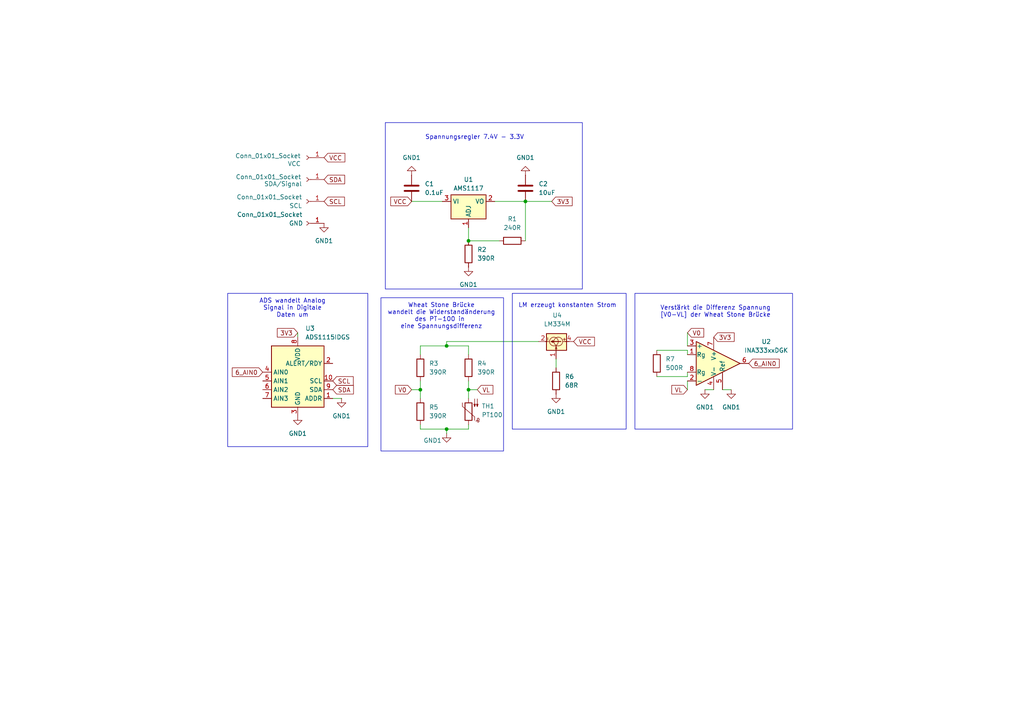
<source format=kicad_sch>
(kicad_sch (version 20231120) (generator "eeschema") (generator_version "8.0")
  (paper "A4")
  (lib_symbols
    (symbol "Amplifier_Instrumentation:INA333xxDGK" (pin_names (offset 0.127))
      (property "Reference" "U" (at 3.81 3.175 0))
      (property "Value" "INA333xxDGK" (at 3.81 -3.175 0))
      (symbol "INA333xxDGK_0_1"
        (polyline (pts (xy 7.62 0) (xy -5.08 6.35) (xy -5.08 -6.35) (xy 7.62 0)) (stroke (width 0.254)) (fill (type background)))
      )
      (symbol "INA333xxDGK_1_1"
        (pin passive line (at -7.62 2.54 0) (length 2.54) (name "Rg") (number "1"))
        (pin input line (at -7.62 -5.08 0) (length 2.54) (name "-") (number "2"))
        (pin input line (at -7.62 5.08 0) (length 2.54) (name "+") (number "3"))
        (pin power_in line (at 0 -7.62 90) (length 3.81) (name "V-") (number "4"))
        (pin input line (at 2.54 -7.62 90) (length 5.08) (name "Ref") (number "5"))
        (pin output line (at 10.16 0 180) (length 2.54) (name "~") (number "6"))
        (pin power_in line (at 0 7.62 270) (length 3.81) (name "V+") (number "7"))
        (pin passive line (at -7.62 -2.54 0) (length 2.54) (name "Rg") (number "8"))
      )
    )
    (symbol "Analog_ADC:ADS1115IDGS"
      (property "Reference" "U" (at 2.54 13.97 0))
      (property "Value" "ADS1115IDGS" (at 7.62 11.43 0))
      (symbol "ADS1115IDGS_0_1"
        (rectangle (start -7.62 10.16) (end 7.62 -7.62) (stroke (width 0.254)) (fill (type background)))
      )
      (symbol "ADS1115IDGS_1_1"
        (pin input line (at 10.16 -5.08 180) (length 2.54) (name "ADDR") (number "1"))
        (pin input line (at 10.16 0 180) (length 2.54) (name "SCL") (number "10"))
        (pin output line (at 10.16 5.08 180) (length 2.54) (name "ALERT/RDY") (number "2"))
        (pin power_in line (at 0 -10.16 90) (length 2.54) (name "GND") (number "3"))
        (pin input line (at -10.16 2.54 0) (length 2.54) (name "AIN0") (number "4"))
        (pin input line (at -10.16 0 0) (length 2.54) (name "AIN1") (number "5"))
        (pin input line (at -10.16 -2.54 0) (length 2.54) (name "AIN2") (number "6"))
        (pin input line (at -10.16 -5.08 0) (length 2.54) (name "AIN3") (number "7"))
        (pin power_in line (at 0 12.7 270) (length 2.54) (name "VDD") (number "8"))
        (pin bidirectional line (at 10.16 -2.54 180) (length 2.54) (name "SDA") (number "9"))
      )
    )
    (symbol "Connector:Conn_01x01_Socket" (pin_names (offset 1.016) hide)
      (property "Reference" "J" (at 0 2.54 0))
      (property "Value" "Conn_01x01_Socket" (at 0 -2.54 0))
      (symbol "Conn_01x01_Socket_1_1"
        (polyline (pts (xy -1.27 0) (xy -0.508 0)) (stroke (width 0.1524)))
        (arc (start 0 0.508) (mid -0.5058 0) (end 0 -0.508) (stroke (width 0.1524)))
        (pin passive line (at -5.08 0 0) (length 3.81) (name "Pin_1") (number "1"))
      )
    )
    (symbol "Device:C" (pin_numbers hide) (pin_names (offset 0.254))
      (property "Reference" "C" (at 0.635 2.54 0))
      (property "Value" "C" (at 0.635 -2.54 0))
      (symbol "C_0_1"
        (polyline (pts (xy -2.032 -0.762) (xy 2.032 -0.762)) (stroke (width 0.508)))
        (polyline (pts (xy -2.032 0.762) (xy 2.032 0.762)) (stroke (width 0.508)))
      )
      (symbol "C_1_1"
        (pin passive line (at 0 3.81 270) (length 2.794) (name "~") (number "1"))
        (pin passive line (at 0 -3.81 90) (length 2.794) (name "~") (number "2"))
      )
    )
    (symbol "Device:R" (pin_numbers hide) (pin_names (offset 0))
      (property "Reference" "R" (at 2.032 0 90))
      (property "Value" "R" (at 0 0 90))
      (symbol "R_0_1"
        (rectangle (start -1.016 -2.54) (end 1.016 2.54) (stroke (width 0.254)))
      )
      (symbol "R_1_1"
        (pin passive line (at 0 3.81 270) (length 1.27) (name "~") (number "1"))
        (pin passive line (at 0 -3.81 90) (length 1.27) (name "~") (number "2"))
      )
    )
    (symbol "Reference_Current:LM334M"
      (property "Reference" "U" (at 0.635 6.35 0))
      (property "Value" "LM334M" (at 0.635 4.445 0))
      (symbol "LM334M_0_1"
        (rectangle (start -2.286 3.048) (end 2.54 -2.794) (stroke (width 0.254)) (fill (type background)))
        (circle (center 0 -0.635) (radius 1.27))
        (polyline (pts (xy -1.143 -2.413) (xy -0.381 -2.413)))
        (polyline (pts (xy -1.016 2.413) (xy -0.254 2.413)))
        (polyline (pts (xy -0.635 2.794) (xy -0.635 2.032)))
        (polyline (pts (xy 0 -1.905) (xy 0 -3.175)))
        (polyline (pts (xy 0 1.397) (xy 0 -1.397)) (stroke (width 0.254)))
        (polyline (pts (xy 0 3.81) (xy 0 1.905)))
        (polyline (pts (xy 5.08 0) (xy 1.27 0)))
        (polyline (pts (xy 0 -1.397) (xy -0.254 -0.889) (xy 0.254 -0.889) (xy 0 -1.397)) (stroke (width 0.254)))
        (polyline (pts (xy 1.27 0) (xy 2.159 0.254) (xy 2.159 -0.254) (xy 1.27 0)))
        (circle (center 0 0.635) (radius 1.27))
      )
      (symbol "LM334M_1_1"
        (pin passive line (at 5.08 0 180) (length 2.54) (name "~") (number "1"))
        (pin passive line (at 0 -5.08 90) (length 2.54) (name "~") (number "2"))
        (pin passive line (at 0 -5.08 90) (length 2.54) hide (name "~") (number "3"))
        (pin passive line (at 0 5.08 270) (length 2.54) (name "~") (number "4"))
        (pin passive line (at 0 -5.08 90) (length 2.54) hide (name "~") (number "6"))
        (pin passive line (at 0 -5.08 90) (length 2.54) hide (name "~") (number "7"))
      )
    )
    (symbol "Regulator_Linear:AMS1117"
      (property "Reference" "U" (at -3.81 3.175 0))
      (property "Value" "AMS1117" (at 0 3.175 0))
      (symbol "AMS1117_0_1"
        (rectangle (start -5.08 -5.08) (end 5.08 1.905) (stroke (width 0.254)) (fill (type background)))
      )
      (symbol "AMS1117_1_1"
        (pin input line (at 0 -7.62 90) (length 2.54) (name "ADJ") (number "1"))
        (pin power_out line (at 7.62 0 180) (length 2.54) (name "VO") (number "2"))
        (pin power_in line (at -7.62 0 0) (length 2.54) (name "VI") (number "3"))
      )
    )
    (symbol "Sensor_Temperature:PT100" (pin_numbers hide) (pin_names (offset 0))
      (property "Reference" "TH" (at -4.445 0 90))
      (property "Value" "PT100" (at 3.175 0 90))
      (symbol "PT100_0_1"
        (arc (start -3.048 2.159) (mid -3.0495 2.3143) (end -3.175 2.413))
        (arc (start -3.048 2.159) (mid -2.9736 1.9794) (end -2.794 1.905))
        (arc (start -3.048 2.794) (mid -2.9736 2.6144) (end -2.794 2.54))
        (arc (start -2.794 1.905) (mid -2.6144 1.9794) (end -2.54 2.159))
        (arc (start -2.794 2.54) (mid -2.4393 2.5587) (end -2.159 2.794))
        (arc (start -2.794 3.048) (mid -2.9736 2.9736) (end -3.048 2.794))
        (arc (start -2.54 2.794) (mid -2.6144 2.9736) (end -2.794 3.048))
        (rectangle (start -1.016 2.54) (end 1.016 -2.54) (stroke (width 0.254)))
        (polyline (pts (xy -2.54 2.159) (xy -2.54 2.794)))
        (polyline (pts (xy -1.778 2.54) (xy -1.778 1.524) (xy 1.778 -1.524) (xy 1.778 -2.54)))
        (polyline (pts (xy -2.54 -3.683) (xy -2.54 -1.397) (xy -2.794 -2.159) (xy -2.286 -2.159) (xy -2.54 -1.397) (xy -2.54 -1.651)) (fill (type outline)))
        (polyline (pts (xy -1.778 -3.683) (xy -1.778 -1.397) (xy -2.032 -2.159) (xy -1.524 -2.159) (xy -1.778 -1.397) (xy -1.778 -1.651)) (fill (type outline)))
      )
      (symbol "PT100_1_1"
        (pin passive line (at 0 3.81 270) (length 1.27) (name "~") (number "1"))
        (pin passive line (at 0 -3.81 90) (length 1.27) (name "~") (number "2"))
      )
    )
    (symbol "power:GND1" (power) (pin_numbers hide) (pin_names (offset 0) hide)
      (property "Value" "GND1" (at 0 -3.81 0))
      (symbol "GND1_0_1"
        (polyline (pts (xy 0 0) (xy 0 -1.27) (xy 1.27 -1.27) (xy 0 -2.54) (xy -1.27 -1.27) (xy 0 -1.27)))
      )
      (symbol "GND1_1_1"
        (pin power_in line (at 0 0 270) (length 0) (name "~") (number "1"))
      )
    )
  )
  (junction (at 152.4 58.42))
  (junction (at 129.54 100.33))
  (junction (at 121.92 113.03))
  (junction (at 135.89 113.03))
  (junction (at 135.89 69.85))
  (junction (at 129.54 124.46))
  (wire (pts (xy 135.89 113.03) (xy 138.43 113.03)))
  (wire (pts (xy 121.92 113.03) (xy 121.92 115.57)))
  (wire (pts (xy 129.54 99.06) (xy 129.54 100.33)))
  (wire (pts (xy 135.89 66.04) (xy 135.89 69.85)))
  (wire (pts (xy 129.54 100.33) (xy 135.89 100.33)))
  (wire (pts (xy 199.39 101.6) (xy 190.5 101.6)))
  (wire (pts (xy 129.54 99.06) (xy 156.21 99.06)))
  (wire (pts (xy 212.09 113.03) (xy 209.55 113.03)))
  (wire (pts (xy 129.54 124.46) (xy 135.89 124.46)))
  (wire (pts (xy 86.36 96.52) (xy 86.36 97.79)))
  (wire (pts (xy 135.89 124.46) (xy 135.89 123.19)))
  (wire (pts (xy 135.89 100.33) (xy 135.89 102.87)))
  (wire (pts (xy 121.92 102.87) (xy 121.92 100.33)))
  (wire (pts (xy 199.39 102.87) (xy 199.39 101.6)))
  (wire (pts (xy 119.38 113.03) (xy 121.92 113.03)))
  (wire (pts (xy 199.39 113.03) (xy 199.39 110.49)))
  (wire (pts (xy 121.92 100.33) (xy 129.54 100.33)))
  (wire (pts (xy 135.89 110.49) (xy 135.89 113.03)))
  (wire (pts (xy 161.29 104.14) (xy 161.29 106.68)))
  (wire (pts (xy 199.39 109.22) (xy 199.39 107.95)))
  (wire (pts (xy 129.54 124.46) (xy 129.54 125.73)))
  (wire (pts (xy 119.38 58.42) (xy 128.27 58.42)))
  (wire (pts (xy 152.4 58.42) (xy 152.4 69.85)))
  (wire (pts (xy 143.51 58.42) (xy 152.4 58.42)))
  (wire (pts (xy 204.47 113.03) (xy 207.01 113.03)))
  (wire (pts (xy 121.92 110.49) (xy 121.92 113.03)))
  (wire (pts (xy 160.02 58.42) (xy 152.4 58.42)))
  (wire (pts (xy 135.89 113.03) (xy 135.89 115.57)))
  (wire (pts (xy 121.92 124.46) (xy 129.54 124.46)))
  (wire (pts (xy 121.92 123.19) (xy 121.92 124.46)))
  (wire (pts (xy 199.39 96.52) (xy 199.39 100.33)))
  (wire (pts (xy 135.89 69.85) (xy 144.78 69.85)))
  (wire (pts (xy 96.52 115.57) (xy 99.06 115.57)))
  (wire (pts (xy 190.5 109.22) (xy 199.39 109.22)))
  (rectangle (start 148.59 85.09) (end 181.61 124.46))
  (rectangle (start 111.76 35.56) (end 168.91 83.82))
  (rectangle (start 66.04 85.09) (end 106.68 129.54))
  (rectangle (start 184.15 85.09) (end 229.87 124.46))
  (rectangle (start 110.49 86.36) (end 146.05 130.81))
  (text "Spannungsregler 7.4V - 3.3V" (at 137.668 39.878 0) (effects (font (size 1.27 1.27))))
  (text "Wheat Stone Brücke\nwandelt die Widerstandänderung\ndes PT-100 in \neine Spannungsdifferenz\n" (at 128.016 91.694 0) (effects (font (size 1.27 1.27))))
  (text "ADS wandelt Analog\nSignal in Digitale\nDaten um" (at 84.836 89.408 0) (effects (font (size 1.27 1.27))))
  (text "LM erzeugt konstanten Strom" (at 164.592 88.646 0) (effects (font (size 1.27 1.27))))
  (text "Verstärkt die Differenz Spannung\n[V0-VL] der Wheat Stone Brücke" (at 207.518 90.424 0) (effects (font (size 1.27 1.27))))
  (global_label "SDA" (shape input) (at 96.52 113.03 0) (property "Intersheetrefs" "${INTERSHEET_REFS}" (effects (hide yes))))
  (global_label "3V3" (shape input) (at 207.01 97.79 0) (property "Intersheetrefs" "${INTERSHEET_REFS}" (effects (hide yes))))
  (global_label "VL" (shape input) (at 199.39 113.03 180) (property "Intersheetrefs" "${INTERSHEET_REFS}" (effects (hide yes))))
  (global_label "6_AIN0" (shape input) (at 217.17 105.41 0) (property "Intersheetrefs" "${INTERSHEET_REFS}" (effects (hide yes))))
  (global_label "SCL" (shape input) (at 93.98 58.42 0) (property "Intersheetrefs" "${INTERSHEET_REFS}" (effects (hide yes))))
  (global_label "VCC" (shape input) (at 166.37 99.06 0) (property "Intersheetrefs" "${INTERSHEET_REFS}" (effects (hide yes))))
  (global_label "VCC" (shape input) (at 119.38 58.42 180) (property "Intersheetrefs" "${INTERSHEET_REFS}" (effects (hide yes))))
  (global_label "VL" (shape input) (at 138.43 113.03 0) (property "Intersheetrefs" "${INTERSHEET_REFS}" (effects (hide yes))))
  (global_label "V0" (shape input) (at 119.38 113.03 180) (property "Intersheetrefs" "${INTERSHEET_REFS}" (effects (hide yes))))
  (global_label "3V3" (shape input) (at 160.02 58.42 0) (property "Intersheetrefs" "${INTERSHEET_REFS}" (effects (hide yes))))
  (global_label "6_AIN0" (shape input) (at 76.2 107.95 180) (property "Intersheetrefs" "${INTERSHEET_REFS}" (effects (hide yes))))
  (global_label "V0" (shape input) (at 199.39 96.52 0) (property "Intersheetrefs" "${INTERSHEET_REFS}" (effects (hide yes))))
  (global_label "SCL" (shape input) (at 96.52 110.49 0) (property "Intersheetrefs" "${INTERSHEET_REFS}" (effects (hide yes))))
  (global_label "VCC" (shape input) (at 93.98 45.72 0) (property "Intersheetrefs" "${INTERSHEET_REFS}" (effects (hide yes))))
  (global_label "3V3" (shape input) (at 86.36 96.52 180) (property "Intersheetrefs" "${INTERSHEET_REFS}" (effects (hide yes))))
  (global_label "SDA" (shape input) (at 93.98 52.07 0) (property "Intersheetrefs" "${INTERSHEET_REFS}" (effects (hide yes))))
  (symbol (lib_id "power:GND1") (at 212.09 113.03 0) (unit 1)
    (property "Reference" "#PWR05" (effects (hide yes)))
    (property "Value" "GND1" (at 212.09 118.11 0))
    (property "Description" "Power symbol creates a global label with name \"GND1\" , ground" (effects (hide yes)))
  )
  (symbol (lib_id "Connector:Conn_01x01_Socket") (at 88.9 58.42 180) (unit 1)
    (property "Reference" "SCL" (at 87.63 59.6901 0) (effects (justify left)))
    (property "Value" "Conn_01x01_Socket" (at 87.63 57.1501 0) (effects (justify left)))
    (property "Footprint" "Connector_PinHeader_2.00mm:PinHeader_1x01_P2.00mm_Vertical" (effects (hide yes)))
    (property "Description" "Generic connector, single row, 01x01, script generated" (effects (hide yes)))
  )
  (symbol (lib_id "Device:C") (at 119.38 54.61 180) (unit 1)
    (property "Reference" "C1" (at 123.19 53.3399 0) (effects (justify right)))
    (property "Value" "0.1uF" (at 123.19 55.8799 0) (effects (justify right)))
    (property "Footprint" "Capacitor_SMD:C_0402_1005Metric_Pad0.74x0.62mm_HandSolder" (effects (hide yes)))
    (property "Description" "Unpolarized capacitor" (effects (hide yes)))
  )
  (symbol (lib_id "Reference_Current:LM334M") (at 161.29 99.06 270) (unit 1)
    (property "Reference" "U4" (at 161.6075 91.44 90))
    (property "Value" "LM334M" (at 161.6075 93.98 90))
    (property "Footprint" "Package_SO:SOIC-8_3.9x4.9mm_P1.27mm" (effects (hide yes)))
    (property "Datasheet" "http://www.ti.com/lit/ds/symlink/lm134.pdf" (effects (hide yes)))
    (property "Description" "1μA to 10mA 3-Terminal Adjustable Current Source, SO-8" (effects (hide yes)))
  )
  (symbol (lib_id "power:GND1") (at 99.06 115.57 0) (unit 1)
    (property "Reference" "#PWR010" (effects (hide yes)))
    (property "Value" "GND1" (at 99.06 120.65 0))
    (property "Description" "Power symbol creates a global label with name \"GND1\" , ground" (effects (hide yes)))
  )
  (symbol (lib_id "Regulator_Linear:AMS1117") (at 135.89 58.42 0) (unit 1)
    (property "Reference" "U1" (at 135.89 52.07 0))
    (property "Value" "AMS1117" (at 135.89 54.61 0))
    (property "Footprint" "Package_TO_SOT_SMD:SOT-223-3_TabPin2" (effects (hide yes)))
    (property "Datasheet" "http://www.advanced-monolithic.com/pdf/ds1117.pdf" (effects (hide yes)))
    (property "Description" "1A Low Dropout regulator, positive, adjustable output, SOT-223" (effects (hide yes)))
  )
  (symbol (lib_id "Device:R") (at 190.5 105.41 0) (unit 1)
    (property "Reference" "R7" (at 193.04 104.1399 0) (effects (justify left)))
    (property "Value" "500R" (at 193.04 106.6799 0) (effects (justify left)))
    (property "Footprint" "Resistor_SMD:R_0402_1005Metric" (effects (hide yes)))
    (property "Description" "Resistor" (effects (hide yes)))
  )
  (symbol (lib_id "power:GND1") (at 93.98 64.77 0) (unit 1)
    (property "Reference" "#PWR09" (effects (hide yes)))
    (property "Value" "GND1" (at 93.98 69.85 0))
    (property "Description" "Power symbol creates a global label with name \"GND1\" , ground" (effects (hide yes)))
  )
  (symbol (lib_id "Device:R") (at 121.92 119.38 0) (unit 1)
    (property "Reference" "R5" (at 124.46 118.1099 0) (effects (justify left)))
    (property "Value" "390R" (at 124.46 120.6499 0) (effects (justify left)))
    (property "Footprint" "Resistor_SMD:R_0402_1005Metric" (effects (hide yes)))
    (property "Description" "Resistor" (effects (hide yes)))
  )
  (symbol (lib_id "Device:R") (at 121.92 106.68 0) (unit 1)
    (property "Reference" "R3" (at 124.46 105.4099 0) (effects (justify left)))
    (property "Value" "390R" (at 124.46 107.9499 0) (effects (justify left)))
    (property "Footprint" "Resistor_SMD:R_0402_1005Metric" (effects (hide yes)))
    (property "Description" "Resistor" (effects (hide yes)))
  )
  (symbol (lib_id "Connector:Conn_01x01_Socket") (at 88.9 52.07 180) (unit 1)
    (property "Reference" "SDA/Signal" (at 87.63 53.3401 0) (effects (justify left)))
    (property "Value" "Conn_01x01_Socket" (at 87.376 51.308 0) (effects (justify left)))
    (property "Footprint" "Connector_PinHeader_2.00mm:PinHeader_1x01_P2.00mm_Vertical" (effects (hide yes)))
    (property "Description" "Generic connector, single row, 01x01, script generated" (effects (hide yes)))
  )
  (symbol (lib_id "Device:R") (at 135.89 106.68 0) (unit 1)
    (property "Reference" "R4" (at 138.43 105.4099 0) (effects (justify left)))
    (property "Value" "390R" (at 138.43 107.9499 0) (effects (justify left)))
    (property "Footprint" "Resistor_SMD:R_0402_1005Metric" (effects (hide yes)))
    (property "Description" "Resistor" (effects (hide yes)))
  )
  (symbol (lib_id "power:GND1") (at 152.4 50.8 180) (unit 1)
    (property "Reference" "#PWR03" (effects (hide yes)))
    (property "Value" "GND1" (at 152.4 45.72 0))
    (property "Description" "Power symbol creates a global label with name \"GND1\" , ground" (effects (hide yes)))
  )
  (symbol (lib_id "Connector:Conn_01x01_Socket") (at 88.9 45.72 180) (unit 1)
    (property "Reference" "VCC" (at 85.344 47.498 0))
    (property "Value" "Conn_01x01_Socket" (at 77.724 45.212 0))
    (property "Footprint" "Connector_PinHeader_2.00mm:PinHeader_1x01_P2.00mm_Vertical" (effects (hide yes)))
    (property "Description" "Generic connector, single row, 01x01, script generated" (effects (hide yes)))
  )
  (symbol (lib_id "power:GND1") (at 129.54 125.73 0) (unit 1)
    (property "Reference" "#PWR07" (effects (hide yes)))
    (property "Value" "GND1" (at 125.476 127.762 0))
    (property "Description" "Power symbol creates a global label with name \"GND1\" , ground" (effects (hide yes)))
  )
  (symbol (lib_id "Analog_ADC:ADS1115IDGS") (at 86.36 110.49 0) (unit 1)
    (property "Reference" "U3" (at 88.5541 95.25 0) (effects (justify left)))
    (property "Value" "ADS1115IDGS" (at 88.5541 97.79 0) (effects (justify left)))
    (property "Footprint" "Package_SO:TSSOP-10_3x3mm_P0.5mm" (effects (hide yes)))
    (property "Datasheet" "http://www.ti.com/lit/ds/symlink/ads1113.pdf" (effects (hide yes)))
    (property "Description" "Ultra-Small, Low-Power, I2C-Compatible, 860-SPS, 16-Bit ADCs With Internal Reference, Oscillator, and Programmable Comparator, VSSOP-10" (effects (hide yes)))
  )
  (symbol (lib_id "power:GND1") (at 119.38 50.8 180) (unit 1)
    (property "Reference" "#PWR01" (effects (hide yes)))
    (property "Value" "GND1" (at 119.38 45.72 0))
    (property "Description" "Power symbol creates a global label with name \"GND1\" , ground" (effects (hide yes)))
  )
  (symbol (lib_id "Sensor_Temperature:PT100") (at 135.89 119.38 180) (unit 1)
    (property "Reference" "TH1" (at 139.7 117.7924 0) (effects (justify right)))
    (property "Value" "PT100" (at 139.7 120.3324 0) (effects (justify right)))
    (property "Footprint" "Resistor_THT:R_Axial_DIN0204_L3.6mm_D1.6mm_P5.08mm_Horizontal" (effects (hide yes)))
    (property "Datasheet" "https://www.heraeus.com/media/media/group/doc_group/products_1/hst/sot_to/de_15/to_92_d.pdf" (effects (hide yes)))
    (property "Description" "PT100 platinum temperature sensor (RTD)" (effects (hide yes)))
  )
  (symbol (lib_id "Device:R") (at 161.29 110.49 0) (unit 1)
    (property "Reference" "R6" (at 163.83 109.2199 0) (effects (justify left)))
    (property "Value" "68R" (at 163.83 111.7599 0) (effects (justify left)))
    (property "Footprint" "Resistor_SMD:R_0402_1005Metric" (effects (hide yes)))
    (property "Description" "Resistor" (effects (hide yes)))
  )
  (symbol (lib_id "Device:C") (at 152.4 54.61 180) (unit 1)
    (property "Reference" "C2" (at 156.21 53.3399 0) (effects (justify right)))
    (property "Value" "10uF" (at 156.21 55.8799 0) (effects (justify right)))
    (property "Footprint" "Capacitor_SMD:C_0402_1005Metric_Pad0.74x0.62mm_HandSolder" (effects (hide yes)))
    (property "Description" "Unpolarized capacitor" (effects (hide yes)))
  )
  (symbol (lib_id "power:GND1") (at 161.29 114.3 0) (unit 1)
    (property "Reference" "#PWR06" (effects (hide yes)))
    (property "Value" "GND1" (at 161.29 119.38 0))
    (property "Description" "Power symbol creates a global label with name \"GND1\" , ground" (effects (hide yes)))
  )
  (symbol (lib_id "Device:R") (at 148.59 69.85 90) (unit 1)
    (property "Reference" "R1" (at 148.59 63.5 90))
    (property "Value" "240R" (at 148.59 66.04 90))
    (property "Footprint" "Resistor_SMD:R_0402_1005Metric" (effects (hide yes)))
    (property "Description" "Resistor" (effects (hide yes)))
  )
  (symbol (lib_id "Amplifier_Instrumentation:INA333xxDGK") (at 207.01 105.41 0) (unit 1)
    (property "Reference" "U2" (at 222.25 99.0914 0))
    (property "Value" "INA333xxDGK" (at 222.25 101.6314 0))
    (property "Footprint" "Package_SO:VSSOP-8_3.0x3.0mm_P0.65mm" (effects (hide yes)))
    (property "Datasheet" "https://www.ti.com/lit/ds/symlink/ina333.pdf" (effects (hide yes)))
    (property "Description" "Zero Drift, Micropower Instrumentation Amplifier G = 1 + 100kOhm/Rg, VSSOP-8" (effects (hide yes)))
  )
  (symbol (lib_id "power:GND1") (at 204.47 113.03 0) (unit 1)
    (property "Reference" "#PWR04" (effects (hide yes)))
    (property "Value" "GND1" (at 204.47 118.11 0))
    (property "Description" "Power symbol creates a global label with name \"GND1\" , ground" (effects (hide yes)))
  )
  (symbol (lib_id "Device:R") (at 135.89 73.66 0) (unit 1)
    (property "Reference" "R2" (at 138.43 72.3899 0) (effects (justify left)))
    (property "Value" "390R" (at 138.43 74.9299 0) (effects (justify left)))
    (property "Footprint" "Resistor_SMD:R_0402_1005Metric" (effects (hide yes)))
    (property "Description" "Resistor" (effects (hide yes)))
  )
  (symbol (lib_id "power:GND1") (at 86.36 120.65 0) (unit 1)
    (property "Reference" "#PWR08" (effects (hide yes)))
    (property "Value" "GND1" (at 86.36 125.73 0))
    (property "Description" "Power symbol creates a global label with name \"GND1\" , ground" (effects (hide yes)))
  )
  (symbol (lib_id "power:GND1") (at 135.89 77.47 0) (unit 1)
    (property "Reference" "#PWR02" (effects (hide yes)))
    (property "Value" "GND1" (at 135.89 82.55 0))
    (property "Description" "Power symbol creates a global label with name \"GND1\" , ground" (effects (hide yes)))
  )
  (symbol (lib_id "Connector:Conn_01x01_Socket") (at 88.9 64.77 180) (unit 1)
    (property "Reference" "GND" (at 85.852 64.77 0))
    (property "Value" "Conn_01x01_Socket" (at 78.232 62.23 0))
    (property "Footprint" "Connector_PinHeader_2.00mm:PinHeader_1x01_P2.00mm_Vertical" (effects (hide yes)))
    (property "Description" "Generic connector, single row, 01x01, script generated" (effects (hide yes)))
  )
)
</source>
